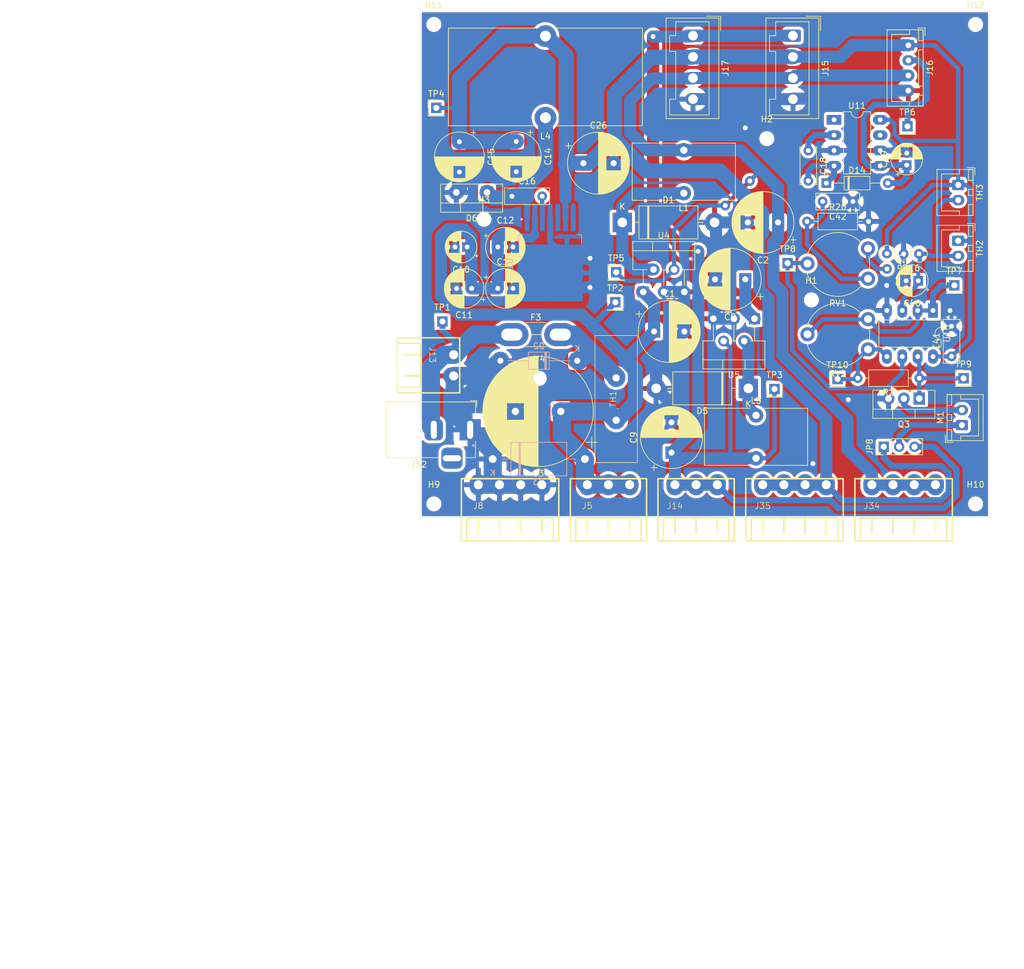
<source format=kicad_pcb>
(kicad_pcb
	(version 20240108)
	(generator "pcbnew")
	(generator_version "8.0")
	(general
		(thickness 1.6)
		(legacy_teardrops no)
	)
	(paper "A4")
	(layers
		(0 "F.Cu" signal)
		(1 "In1.Cu" signal)
		(2 "In2.Cu" signal)
		(31 "B.Cu" signal)
		(32 "B.Adhes" user "B.Adhesive")
		(33 "F.Adhes" user "F.Adhesive")
		(34 "B.Paste" user)
		(35 "F.Paste" user)
		(36 "B.SilkS" user "B.Silkscreen")
		(37 "F.SilkS" user "F.Silkscreen")
		(38 "B.Mask" user)
		(39 "F.Mask" user)
		(40 "Dwgs.User" user "User.Drawings")
		(41 "Cmts.User" user "User.Comments")
		(42 "Eco1.User" user "User.Eco1")
		(43 "Eco2.User" user "User.Eco2")
		(44 "Edge.Cuts" user)
		(45 "Margin" user)
		(46 "B.CrtYd" user "B.Courtyard")
		(47 "F.CrtYd" user "F.Courtyard")
		(48 "B.Fab" user)
		(49 "F.Fab" user)
		(50 "User.1" user)
		(51 "User.2" user)
		(52 "User.3" user)
		(53 "User.4" user)
		(54 "User.5" user)
		(55 "User.6" user)
		(56 "User.7" user)
		(57 "User.8" user)
		(58 "User.9" user)
	)
	(setup
		(stackup
			(layer "F.SilkS"
				(type "Top Silk Screen")
			)
			(layer "F.Paste"
				(type "Top Solder Paste")
			)
			(layer "F.Mask"
				(type "Top Solder Mask")
				(thickness 0.01)
			)
			(layer "F.Cu"
				(type "copper")
				(thickness 0.035)
			)
			(layer "dielectric 1"
				(type "prepreg")
				(thickness 0.1)
				(material "FR4")
				(epsilon_r 4.5)
				(loss_tangent 0.02)
			)
			(layer "In1.Cu"
				(type "copper")
				(thickness 0.035)
			)
			(layer "dielectric 2"
				(type "core")
				(thickness 1.24)
				(material "FR4")
				(epsilon_r 4.5)
				(loss_tangent 0.02)
			)
			(layer "In2.Cu"
				(type "copper")
				(thickness 0.035)
			)
			(layer "dielectric 3"
				(type "prepreg")
				(thickness 0.1)
				(material "FR4")
				(epsilon_r 4.5)
				(loss_tangent 0.02)
			)
			(layer "B.Cu"
				(type "copper")
				(thickness 0.035)
			)
			(layer "B.Mask"
				(type "Bottom Solder Mask")
				(thickness 0.01)
			)
			(layer "B.Paste"
				(type "Bottom Solder Paste")
			)
			(layer "B.SilkS"
				(type "Bottom Silk Screen")
				(color "Red")
			)
			(copper_finish "None")
			(dielectric_constraints no)
		)
		(pad_to_mask_clearance 0)
		(allow_soldermask_bridges_in_footprints no)
		(pcbplotparams
			(layerselection 0x00010fc_ffffffff)
			(plot_on_all_layers_selection 0x0000000_00000000)
			(disableapertmacros no)
			(usegerberextensions no)
			(usegerberattributes yes)
			(usegerberadvancedattributes yes)
			(creategerberjobfile yes)
			(dashed_line_dash_ratio 12.000000)
			(dashed_line_gap_ratio 3.000000)
			(svgprecision 4)
			(plotframeref no)
			(viasonmask no)
			(mode 1)
			(useauxorigin no)
			(hpglpennumber 1)
			(hpglpenspeed 20)
			(hpglpendiameter 15.000000)
			(pdf_front_fp_property_popups yes)
			(pdf_back_fp_property_popups yes)
			(dxfpolygonmode yes)
			(dxfimperialunits yes)
			(dxfusepcbnewfont yes)
			(psnegative no)
			(psa4output no)
			(plotreference yes)
			(plotvalue yes)
			(plotfptext yes)
			(plotinvisibletext no)
			(sketchpadsonfab no)
			(subtractmaskfromsilk no)
			(outputformat 1)
			(mirror no)
			(drillshape 1)
			(scaleselection 1)
			(outputdirectory "")
		)
	)
	(net 0 "")
	(net 1 "+5V")
	(net 2 "+24V filtered")
	(net 3 "GND")
	(net 4 "+3V3")
	(net 5 "+12V")
	(net 6 "Net-(D6-K)")
	(net 7 "Net-(U1-BOOT)")
	(net 8 "Net-(U11-CAP+)")
	(net 9 "Net-(D14-K)")
	(net 10 "-5V")
	(net 11 "Net-(D1-K)")
	(net 12 "Net-(D2-K)")
	(net 13 "Net-(D5-K)")
	(net 14 "+BATT")
	(net 15 "unconnected-(U1-EN-Pad7)")
	(net 16 "unconnected-(U1-NC-Pad5)")
	(net 17 "unconnected-(U11-OSC-Pad7)")
	(net 18 "unconnected-(U11-NC-Pad1)")
	(net 19 "Net-(U15A-+)")
	(net 20 "Net-(C42-Pad2)")
	(net 21 "Net-(JP8-C)")
	(net 22 "Net-(M1--)")
	(net 23 "Net-(Q3-G)")
	(net 24 "Net-(U15B-+)")
	(net 25 "Net-(R21-Pad2)")
	(net 26 "Net-(U15B--)")
	(net 27 "Net-(U15A--)")
	(footprint "Capacitor_THT:CP_Radial_D10.0mm_P5.00mm" (layer "F.Cu") (at 129.286 109.061993 90))
	(footprint "Capacitor_THT:CP_Radial_D10.0mm_P5.00mm" (layer "F.Cu") (at 126.410323 89.040962))
	(footprint "Diode_THT:D_DO-201AD_P15.24mm_Horizontal" (layer "F.Cu") (at 141.986 98.438962 180))
	(footprint "Potentiometer_THT:Potentiometer_Piher_PT-10-V10_Vertical" (layer "F.Cu") (at 161.757499 75.306462 180))
	(footprint "Connector_JST:JST_XH_B2B-XH-A_1x02_P2.50mm_Vertical" (layer "F.Cu") (at 177.275 104.514962 90))
	(footprint "Connector_PinHeader_2.54mm:PinHeader_1x01_P2.54mm_Vertical" (layer "F.Cu") (at 90.424 52.07))
	(footprint "Potentiometer_THT:Potentiometer_Piher_PT-10-V10_Vertical" (layer "F.Cu") (at 161.757499 86.990462 180))
	(footprint "Capacitor_THT:C_Disc_D6.0mm_W2.5mm_P5.00mm" (layer "F.Cu") (at 151.892 59.123888 -90))
	(footprint "Package_TO_SOT_THT:TO-220-5_P3.4x3.7mm_StaggerOdd_Lead3.8mm_Vertical" (layer "F.Cu") (at 124.616 82.489962))
	(footprint "Resistor_THT:R_Axial_DIN0207_L6.3mm_D2.5mm_P2.54mm_Vertical" (layer "F.Cu") (at 170.18 76.2 180))
	(footprint "Package_TO_SOT_THT:TO-220-3_Vertical" (layer "F.Cu") (at 170.219499 100.125462 180))
	(footprint "Connector_PinHeader_2.54mm:PinHeader_1x01_P2.54mm_Vertical" (layer "F.Cu") (at 176.022 81.407))
	(footprint "Capacitor_THT:CP_Radial_D6.3mm_P2.50mm" (layer "F.Cu") (at 100.592664 75.064811))
	(footprint "MountingHole:MountingHole_2mm" (layer "F.Cu") (at 179.526 38.284962))
	(footprint "Package_DIP:DIP-8_W7.62mm_LongPads" (layer "F.Cu") (at 172.495499 85.561462 -90))
	(footprint "MountingHole:MountingHole_2mm" (layer "F.Cu") (at 90.026 117.534962))
	(footprint "custom-footprints1:WAGO 734-164 Print-Stiftleiste, Mini, RM 3,5, gewinkelt, 4-polig" (layer "F.Cu") (at 97.366 114.367462))
	(footprint "Connector_PinHeader_2.54mm:PinHeader_1x01_P2.54mm_Vertical" (layer "F.Cu") (at 91.44 87.376))
	(footprint "Capacitor_THT:CP_Radial_D18.0mm_P7.50mm"
		(layer "F.Cu")
		(uuid "3e12b180-088b-46cd-b5c6-9617c716b1a6")
		(at 110.998 102.248962 180)
		(descr "CP, Radial series, Radial, pin pitch=7.50mm, , diameter=18mm, Electrolytic Capacitor")
		(tags "CP Radial series Radial pin pitch 7.50mm  diameter 18mm Electrolytic Capacitor")
		(property "Reference" "C3"
			(at 3.75 -10.25 0)
			(layer "F.SilkS")
			(uuid "c0dbac4b-d18d-44e0-abe6-6b3f876fe509")
			(effects
				(font
					(size 1 1)
					(thickness 0.15)
				)
			)
		)
		(property "Value" "2200uf"
			(at 3.75 10.25 0)
			(layer "F.Fab")
			(uuid "1f7d7bb5-f802-471e-8ae7-4e1a80563b95")
			(effects
				(font
					(size 1 1)
					(thickness 0.15)
				)
			)
		)
		(property "Footprint" "Capacitor_THT:CP_Radial_D18.0mm_P7.50mm"
			(at 0 0 180)
			(unlocked yes)
			(layer "F.Fab")
			(hide yes)
			(uuid "cd037e7c-88f5-4614-9539-47ece2e39e2f")
			(effects
				(font
					(size 1.27 1.27)
					(thickness 0.15)
				)
			)
		)
		(property "Datasheet" "https://www.reichelt.com/be/en/shop/product/elko_2200_f_35_v_105_c-166415"
			(at 0 0 180)
			(unlocked yes)
			(layer "F.Fab")
			(hide yes)
			(uuid "09c9c45c-cd56-4403-bd81-cc88382ef4e9")
			(effects
				(font
					(size 1.27 1.27)
					(thickness 0.15)
				)
			)
		)
		(property "Description" "Polarized capacitor"
			(at 0 0 180)
			(unlocked yes)
			(layer "F.Fab")
			(hide yes)
			(uuid "114210ba-bd57-4105-96f8-5187314aacb0")
			(effects
				(font
					(size 1.27 1.27)
					(thickness 0.15)
				)
			)
		)
		(property ki_fp_filters "CP_*")
		(path "/16680157-dcc5-42d4-8ccc-a59b4c4006fd")
		(sheetname "Root")
		(sheetfile "power-supply-board_v1.0.kicad_sch")
		(attr through_hole)
		(fp_line
			(start 12.87 -0.04)
			(end 12.87 0.04)
			(stroke
				(width 0.12)
				(type solid)
			)
			(layer "F.SilkS")
			(uuid "87732204-ffd3-4010-92fe-e84d597261db")
		)
		(fp_line
			(start 12.83 -0.814)
			(end 12.83 0.814)
			(stroke
				(width 0.12)
				(type solid)
			)
			(layer "F.SilkS")
			(uuid "18f893c9-7fff-4554-a0a6-9513f8452e28")
		)
		(fp_line
			(start 12.79 -1.166)
			(end 12.79 1.166)
			(stroke
				(width 0.12)
				(type solid)
			)
			(layer "F.SilkS")
			(uuid "2b52467b-0cfb-4412-b0ac-068e45849888")
		)
		(fp_line
			(start 12.75 -1.435)
			(end 12.75 1.435)
			(stroke
				(width 0.12)
				(type solid)
			)
			(layer "F.SilkS")
			(uuid "34e20984-e432-4254-860c-82b93de5475e")
		)
		(fp_line
			(start 12.71 -1.661)
			(end 12.71 1.661)
			(stroke
				(width 0.12)
				(type solid)
			)
			(layer "F.SilkS")
			(uuid "9e5473ed-98ba-43aa-9d6a-8eaabc33a9dc")
		)
		(fp_line
			(start 12.67 -1.86)
			(end 12.67 1.86)
			(stroke
				(width 0.12)
				(type solid)
			)
			(layer "F.SilkS")
			(uuid "08c8f39a-99ff-4afd-b845-1d83a6340213")
		)
		(fp_line
			(start 12.63 -2.039)
			(end 12.63 2.039)
			(stroke
				(width 0.12)
				(type solid)
			)
			(layer "F.SilkS")
			(uuid "d5eaf986-9534-4524-ad49-665dbecfec0f")
		)
		(fp_line
			(start 12.59 -2.203)
			(end 12.59 2.203)
			(stroke
				(width 0.12)
				(type solid)
			)
			(layer "F.SilkS")
			(uuid "5cf0b090-f6b4-43c7-a6ce-0f71cd8210ee")
		)
		(fp_line
			(start 12.55 -2.355)
			(end 12.55 2.355)
			(stroke
				(width 0.12)
				(type solid)
			)
			(layer "F.SilkS")
			(uuid "8e66bac3-0b2f-40ec-8c73-97c7d6b2f138")
		)
		(fp_line
			(start 12.51 -2.498)
			(end 12.51 2.498)
			(stroke
				(width 0.12)
				(type solid)
			)
			(layer "F.SilkS")
			(uuid "66bbea31-836a-4c65-9a2d-0d3a29f8dc12")
		)
		(fp_line
			(start 12.47 -2.632)
			(end 12.47 2.632)
			(stroke
				(width 0.12)
				(type solid)
			)
			(layer "F.SilkS")
			(uuid "633c10e5-f6ae-42eb-b5a5-18a2e88ec3af")
		)
		(fp_line
			(start 12.43 -2.759)
			(end 12.43 2.759)
			(stroke
				(width 0.12)
				(type solid)
			)
			(layer "F.SilkS")
			(uuid "5c14d289-cf82-40f2-ae41-fa734da4dc2a")
		)
		(fp_line
			(start 12.39 -2.88)
			(end 12.39 2.88)
			(stroke
				(width 0.12)
				(type solid)
			)
			(layer "F.SilkS")
			(uuid "92d777da-31b2-4188-88bd-b48da7e6abd8")
		)
		(fp_line
			(start 12.35 -2.996)
			(end 12.35 2.996)
			(stroke
				(width 0.12)
				(type solid)
			)
			(layer "F.SilkS")
			(uuid "107af9bb-841b-4c31-9fac-3060a5bfa1b6")
		)
		(fp_line
			(start 12.31 -3.107)
			(end 12.31 3.107)
			(stroke
				(width 0.12)
				(type solid)
			)
			(layer "F.SilkS")
			(uuid "9396642f-f979-4d78-bd91-7a436359d103")
		)
		(fp_line
			(start 12.27 -3.214)
			(end 12.27 3.214)
			(stroke
				(width 0.12)
				(type solid)
			)
			(layer "F.SilkS")
			(uuid "7a28f269-c130-4a30-a607-7c6287357369")
		)
		(fp_line
			(start 12.23 -3.317)
			(end 12.23 3.317)
			(stroke
				(width 0.12)
				(type solid)
			)
			(layer "F.SilkS")
			(uuid "156f2bc4-880c-4c21-8655-9d32c230dad4")
		)
		(fp_line
			(start 12.19 -3.416)
			(end 12.19 3.416)
			(stroke
				(width 0.12)
				(type solid)
			)
			(layer "F.SilkS")
			(uuid "63c8fd17-e6c3-478f-ad62-b0bb53559406")
		)
		(fp_line
			(start 12.15 -3.512)
			(end 12.15 3.512)
			(stroke
				(width 0.12)
				(type solid)
			)
			(layer "F.SilkS")
			(uuid "639c7f9b-f812-46a4-b756-7753f6943a6f")
		)
		(fp_line
			(start 12.11 -3.605)
			(end 12.11 3.605)
			(stroke
				(width 0.12)
				(type solid)
			)
			(layer "F.SilkS")
			(uuid "134d240f-7cb0-4052-9ccf-efb724369b7f")
		)
		(fp_line
			(start 12.07 -3.696)
			(end 12.07 3.696)
			(stroke
				(width 0.12)
				(type solid)
			)
			(layer "F.SilkS")
			(uuid "bf388105-023e-4a71-bbdb-3b21c9fcd2cc")
		)
		(fp_line
			(start 12.03 -3.784)
			(end 12.03 3.784)
			(stroke
				(width 0.12)
				(type solid)
			)
			(layer "F.SilkS")
			(uuid "49aa2ba0-ba19-4ea1-a70a-173a6f627315")
		)
		(fp_line
			(start 11.99 -3.869)
			(end 11.99 3.869)
			(stroke
				(width 0.12)
				(type solid)
			)
			(layer "F.SilkS")
			(uuid "679bfa39-c021-436e-b2f6-eef91e7a3433")
		)
		(fp_line
			(start 11.95 -3.952)
			(end 11.95 3.952)
			(stroke
				(width 0.12)
				(type solid)
			)
			(layer "F.SilkS")
			(uuid "f874119e-1338-4beb-b6c9-42b4db275c1b")
		)
		(fp_line
			(start 11.911 -4.033)
			(end 11.911 4.033)
			(stroke
				(width 0.12)
				(type solid)
			)
			(layer "F.SilkS")
			(uuid "009a31cf-7161-4030-9ee2-4ee6c8662a63")
		)
		(fp_line
			(start 11.871 -4.113)
			(end 11.871 4.113)
			(stroke
				(width 0.12)
				(type solid)
			)
			(layer "F.SilkS")
			(uuid "68b92ccc-7298-4ad5-a9de-6f696f4ebe2e")
		)
		(fp_line
			(start 11.831 -4.19)
			(end 11.831 4.19)
			(stroke
				(width 0.12)
				(type solid)
			)
			(layer "F.SilkS")
			(uuid "b62a9674-bd46-40fc-859a-9a51e479b097")
		)
		(fp_line
			(start 11.791 -4.265)
			(end 11.791 4.265)
			(stroke
				(width 0.12)
				(type solid)
			)
			(layer "F.SilkS")
			(uuid "f11c470d-142c-4357-900e-889b10e3b0e2")
		)
		(fp_line
			(start 11.751 -4.339)
			(end 11.751 4.339)
			(stroke
				(width 0.12)
				(type solid)
			)
			(layer "F.SilkS")
			(uuid "79a89223-4ff2-4771-ae1e-e5445b213450")
		)
		(fp_line
			(start 11.711 -4.412)
			(end 11.711 4.412)
			(stroke
				(width 0.12)
				(type solid)
			)
			(layer "F.SilkS")
			(uuid "69c80908-15c1-45f1-963f-161843f95dae")
		)
		(fp_line
			(start 11.671 -4.482)
			(end 11.671 4.482)
			(stroke
				(width 0.12)
				(type solid)
			)
			(layer "F.SilkS")
			(uuid "61eb03dd-9121-4df5-b679-96e9e3201ddb")
		)
		(fp_line
			(start 11.631 -4.552)
			(end 11.631 4.552)
			(stroke
				(width 0.12)
				(type solid)
			)
			(layer "F.SilkS")
			(uuid "85657168-bb18-4c0a-8a63-b4550fb338d3")
		)
		(fp_line
			(start 11.591 -4.62)
			(end 11.591 4.62)
			(stroke
				(width 0.12)
				(type solid)
			)
			(layer "F.SilkS")
			(uuid "d1919cf1-2f90-4aae-9ff8-2b0cf3ae94c7")
		)
		(fp_line
			(start 11.551 -4.686)
			(end 11.551 4.686)
			(stroke
				(width 0.12)
				(type solid)
			)
			(layer "F.SilkS")
			(uuid "1b9f95c8-f1a1-4629-933b-721de8d1b6c5")
		)
		(fp_line
			(start 11.511 -4.752)
			(end 11.511 4.752)
			(stroke
				(width 0.12)
				(type solid)
			)
			(layer "F.SilkS")
			(uuid "993aa706-ff59-43f8-b67b-ed16a60e5af1")
		)
		(fp_line
			(start 11.471 -4.816)
			(end 11.471 4.816)
			(stroke
				(width 0.12)
				(type solid)
			)
			(layer "F.SilkS")
			(uuid "60b6545d-49ea-46d3-ae2b-173dc1fa629f")
		)
		(fp_line
			(start 11.431 -4.879)
			(end 11.431 4.879)
			(stroke
				(width 0.12)
				(type solid)
			)
			(layer "F.SilkS")
			(uuid "facb3d3e-da56-434a-87aa-17d6414bb483")
		)
		(fp_line
			(start 11.391 -4.941)
			(end 11.391 4.941)
			(stroke
				(width 0.12)
				(type solid)
			)
			(layer "F.SilkS")
			(uuid "b89baaeb-06f3-4b71-a51f-ce7608b7262c")
		)
		(fp_line
			(start 11.351 -5.002)
			(end 11.351 5.002)
			(stroke
				(width 0.12)
				(type solid)
			)
			(layer "F.SilkS")
			(uuid "654033ae-c772-46c1-8f60-aa0ddceff74f")
		)
		(fp_line
			(start 11.311 -5.062)
			(end 11.311 5.062)
			(stroke
				(width 0.12)
				(type solid)
			)
			(layer "F.SilkS")
			(uuid "3d8d106b-7617-4f47-894a-2fcf412deb28")
		)
		(fp_line
			(start 11.271 -5.12)
			(end 11.271 5.12)
			(stroke
				(width 0.12)
				(type solid)
			)
			(layer "F.SilkS")
			(uuid "917cfe1d-449c-4d88-9a36-1b6375a11292")
		)
		(fp_line
			(start 11.231 -5.178)
			(end 11.231 5.178)
			(stroke
				(width 0.12)
				(type solid)
			)
			(layer "F.SilkS")
			(uuid "b6ae342f-1414-41ce-9a18-48302253d4b6")
		)
		(fp_line
			(start 11.191 -5.235)
			(end 11.191 5.235)
			(stroke
				(width 0.12)
				(type solid)
			)
			(layer "F.SilkS")
			(uuid "bc8af6b4-79f1-494c-8965-f72d1712ff8d")
		)
		(fp_line
			(start 11.151 -5.291)
			(end 11.151 5.291)
			(stroke
				(width 0.12)
				(type solid)
			)
			(layer "F.SilkS")
			(uuid "c57da7f0-a0a1-4185-9736-606dde94bfba")
		)
		(fp_line
			(start 11.111 -5.346)
			(end 11.111 5.346)
			(stroke
				(width 0.12)
				(type solid)
			)
			(layer "F.SilkS")
			(uuid "78dca952-4881-45e1-b643-4d2635200164")
		)
		(fp_line
			(start 11.071 -5.4)
			(end 11.071 5.4)
			(stroke
				(width 0.12)
				(type solid)
			)
			(layer "F.SilkS")
			(uuid "40e64ece-fc2d-42b2-9393-bfa48699e8b8")
		)
		(fp_line
			(start 11.031 -5.454)
			(end 11.031 5.454)
			(stroke
				(width 0.12)
				(type solid)
			)
			(layer "F.SilkS")
			(uuid "6e09a86b-dac4-49d6-9337-5fc49b3660d4")
		)
		(fp_line
			(start 10.991 -5.506)
			(end 10.991 5.506)
			(stroke
				(width 0.12)
				(type solid)
			)
			(layer "F.SilkS")
			(uuid "b34076ba-db21-4594-b738-d0b13ffce101")
		)
		(fp_line
			(start 10.951 -5.558)
			(end 10.951 5.558)
			(stroke
				(width 0.12)
				(type solid)
			)
			(layer "F.SilkS")
			(uuid "5abeba6d-99f5-4835-9edf-79f8cad35e91")
		)
		(fp_line
			(start 10.911 -5.609)
			(end 10.911 5.609)
			(stroke
				(width 0.12)
				(type solid)
			)
			(layer "F.SilkS")
			(uuid "6f8c8657-bd2a-48b5-8884-60099a095c02")
		)
		(fp_line
			(start 10.871 -5.66)
			(end 10.871 5.66)
			(stroke
				(width 0.12)
				(type solid)
			)
			(layer "F.SilkS")
			(uuid "e934523f-25a6-4501-b3d2-f714d731456a")
		)
		(fp_line
			(start 10.831 -5.709)
			(end 10.831 5.709)
			(stroke
				(width 0.12)
				(type solid)
			)
			(layer "F.SilkS")
			(uuid "eda7762a-c878-497d-b3d4-f14afd812a43")
		)
		(fp_line
			(start 10.791 -5.758)
			(end 10.791 5.758)
			(stroke
				(width 0.12)
				(type solid)
			)
			(layer "F.SilkS")
			(uuid "6788cc1c-365c-473d-a651-fa3a3cd31605")
		)
		(fp_line
			(start 10.751 -5.806)
			(end 10.751 5.806)
			(stroke
				(width 0.12)
				(type solid)
			)
			(layer "F.SilkS")
			(uuid "eec49bf0-2786-4624-b041-cb07a3b55cb0")
		)
		(fp_line
			(start 10.711 -5.854)
			(end 10.711 5.854)
			(stroke
				(width 0.12)
				(type solid)
			)
			(layer "F.SilkS")
			(uuid "40734991-1229-4ba7-82e1-930ec8e06f53")
		)
		(fp_line
			(start 10.671 -5.901)
			(end 10.671 5.901)
			(stroke
				(width 0.12)
				(type solid)
			)
			(layer "F.SilkS")
			(uuid "bcc470ec-95c0-4d68-8773-b1df105ec597")
		)
		(fp_line
			(start 10.631 -5.947)
			(end 10.631 5.947)
			(stroke
				(width 0.12)
				(type solid)
			)
			(layer "F.SilkS")
			(uuid "606b598a-d158-4304-8302-7e37f8b16422")
		)
		(fp_line
			(start 10.591 -5.993)
			(end 10.591 5.993)
			(stroke
				(width 0.12)
				(type solid)
			)
			(layer "F.SilkS")
			(uuid "7ce9d763-02f0-4f55-b389-f5260ed4fc01")
		)
		(fp_line
			(start 10.551 -6.038)
			(end 10.551 6.038)
			(stroke
				(width 0.12)
				(type solid)
			)
			(layer "F.SilkS")
			(uuid "272f7474-49f0-4091-92a8-8bc92ea6bb27")
		)
		(fp_line
			(start 10.511 -6.082)
			(end 10.511 6.082)
			(stroke
				(width 0.12)
				(type solid)
			)
			(layer "F.SilkS")
			(uuid "40d02709-a73d-46a8-b089-efda960c47b5")
		)
		(fp_line
			(start 10.471 -6.126)
			(end 10.471 6.126)
			(stroke
				(width 0.12)
				(type solid)
			)
			(layer "F.SilkS")
			(uuid "0ac0947b-1ef4-4a93-b71b-f8918f3d2522")
		)
		(fp_line
			(start 10.431 -6.17)
			(end 10.431 6.17)
			(stroke
				(width 0.12)
				(type solid)
			)
			(layer "F.SilkS")
			(uuid "f97f9a86-9e66-4626-93b4-9685db6a25d1")
		)
		(fp_line
			(start 10.391 -6.212)
			(end 10.391 6.212)
			(stroke
				(width 0.12)
				(type solid)
			)
			(layer "F.SilkS")
			(uuid "805972d7-afe1-40a0-bb47-68606c29d720")
		)
		(fp_line
			(
... [1199112 chars truncated]
</source>
